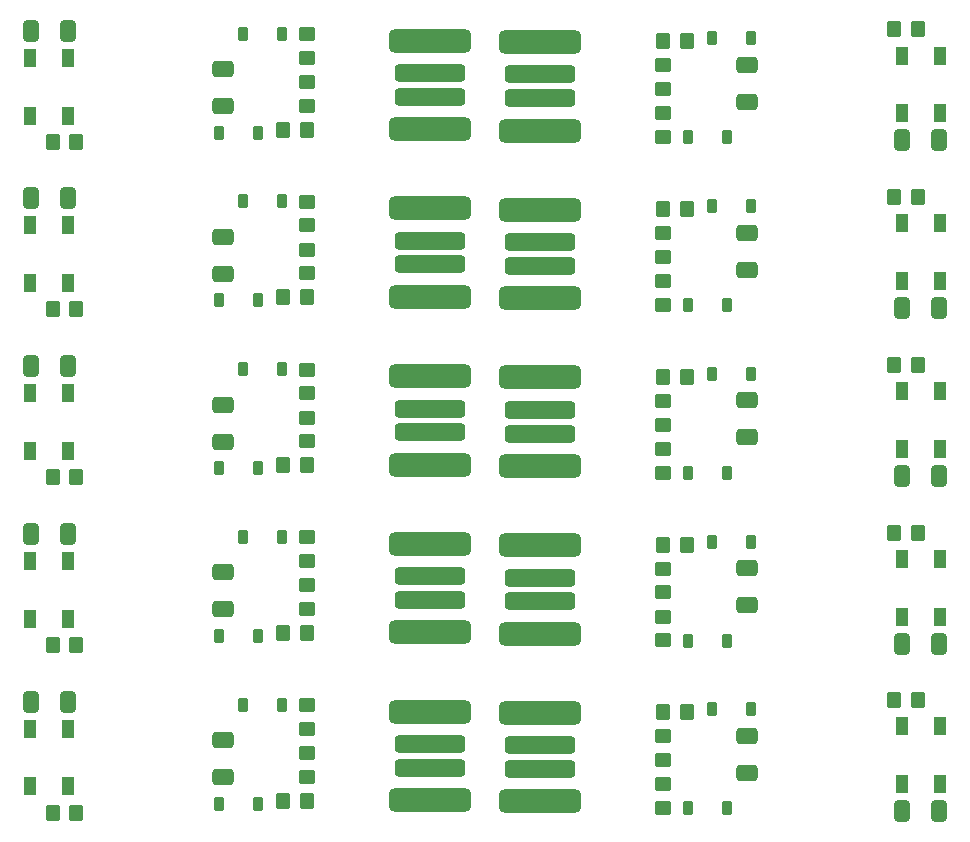
<source format=gbr>
%TF.GenerationSoftware,KiCad,Pcbnew,7.0.7*%
%TF.CreationDate,2023-09-18T18:06:58+02:00*%
%TF.ProjectId,attiny-usb_panel,61747469-6e79-42d7-9573-625f70616e65,rev?*%
%TF.SameCoordinates,Original*%
%TF.FileFunction,Paste,Top*%
%TF.FilePolarity,Positive*%
%FSLAX46Y46*%
G04 Gerber Fmt 4.6, Leading zero omitted, Abs format (unit mm)*
G04 Created by KiCad (PCBNEW 7.0.7) date 2023-09-18 18:06:58*
%MOMM*%
%LPD*%
G01*
G04 APERTURE LIST*
G04 Aperture macros list*
%AMRoundRect*
0 Rectangle with rounded corners*
0 $1 Rounding radius*
0 $2 $3 $4 $5 $6 $7 $8 $9 X,Y pos of 4 corners*
0 Add a 4 corners polygon primitive as box body*
4,1,4,$2,$3,$4,$5,$6,$7,$8,$9,$2,$3,0*
0 Add four circle primitives for the rounded corners*
1,1,$1+$1,$2,$3*
1,1,$1+$1,$4,$5*
1,1,$1+$1,$6,$7*
1,1,$1+$1,$8,$9*
0 Add four rect primitives between the rounded corners*
20,1,$1+$1,$2,$3,$4,$5,0*
20,1,$1+$1,$4,$5,$6,$7,0*
20,1,$1+$1,$6,$7,$8,$9,0*
20,1,$1+$1,$8,$9,$2,$3,0*%
G04 Aperture macros list end*
%ADD10RoundRect,0.500000X3.000000X0.500000X-3.000000X0.500000X-3.000000X-0.500000X3.000000X-0.500000X0*%
%ADD11RoundRect,0.375000X2.625000X0.375000X-2.625000X0.375000X-2.625000X-0.375000X2.625000X-0.375000X0*%
%ADD12RoundRect,0.225000X0.225000X0.375000X-0.225000X0.375000X-0.225000X-0.375000X0.225000X-0.375000X0*%
%ADD13RoundRect,0.250000X0.450000X-0.350000X0.450000X0.350000X-0.450000X0.350000X-0.450000X-0.350000X0*%
%ADD14RoundRect,0.250000X0.350000X0.450000X-0.350000X0.450000X-0.350000X-0.450000X0.350000X-0.450000X0*%
%ADD15RoundRect,0.250000X-0.350000X-0.450000X0.350000X-0.450000X0.350000X0.450000X-0.350000X0.450000X0*%
%ADD16RoundRect,0.250000X-0.450000X0.350000X-0.450000X-0.350000X0.450000X-0.350000X0.450000X0.350000X0*%
%ADD17R,1.000000X1.500000*%
%ADD18RoundRect,0.250000X0.412500X0.650000X-0.412500X0.650000X-0.412500X-0.650000X0.412500X-0.650000X0*%
%ADD19RoundRect,0.225000X-0.225000X-0.375000X0.225000X-0.375000X0.225000X0.375000X-0.225000X0.375000X0*%
%ADD20RoundRect,0.500000X-3.000000X-0.500000X3.000000X-0.500000X3.000000X0.500000X-3.000000X0.500000X0*%
%ADD21RoundRect,0.375000X-2.625000X-0.375000X2.625000X-0.375000X2.625000X0.375000X-2.625000X0.375000X0*%
%ADD22RoundRect,0.250000X-0.412500X-0.650000X0.412500X-0.650000X0.412500X0.650000X-0.412500X0.650000X0*%
%ADD23RoundRect,0.250000X0.650000X-0.412500X0.650000X0.412500X-0.650000X0.412500X-0.650000X-0.412500X0*%
%ADD24RoundRect,0.250000X-0.650000X0.412500X-0.650000X-0.412500X0.650000X-0.412500X0.650000X0.412500X0*%
G04 APERTURE END LIST*
D10*
%TO.C,U2*%
X94324000Y-52994000D03*
D11*
X94324000Y-50244000D03*
X94324000Y-48244000D03*
D10*
X94324000Y-45494000D03*
%TD*%
D12*
%TO.C,D2*%
X81794000Y-44910000D03*
X78494000Y-44910000D03*
%TD*%
D13*
%TO.C,R1*%
X83954000Y-46942000D03*
X83954000Y-44942000D03*
%TD*%
D14*
%TO.C,R4*%
X83922000Y-53038000D03*
X81922000Y-53038000D03*
%TD*%
D15*
%TO.C,R3*%
X62380000Y-54054000D03*
X64380000Y-54054000D03*
%TD*%
D16*
%TO.C,R2*%
X83954000Y-49006000D03*
X83954000Y-51006000D03*
%TD*%
D12*
%TO.C,D1*%
X79762000Y-53292000D03*
X76462000Y-53292000D03*
%TD*%
D17*
%TO.C,D3*%
X60510000Y-51842000D03*
X63710000Y-51842000D03*
X63710000Y-46942000D03*
X60510000Y-46942000D03*
%TD*%
D18*
%TO.C,C1*%
X63672500Y-44656000D03*
X60547500Y-44656000D03*
%TD*%
D19*
%TO.C,D2*%
X116206000Y-53690000D03*
X119506000Y-53690000D03*
%TD*%
D15*
%TO.C,R4*%
X114078000Y-45562000D03*
X116078000Y-45562000D03*
%TD*%
D20*
%TO.C,U2*%
X103676000Y-45606000D03*
D21*
X103676000Y-48356000D03*
X103676000Y-50356000D03*
D20*
X103676000Y-53106000D03*
%TD*%
D16*
%TO.C,R1*%
X114046000Y-51658000D03*
X114046000Y-53658000D03*
%TD*%
D22*
%TO.C,C1*%
X134327500Y-53944000D03*
X137452500Y-53944000D03*
%TD*%
D17*
%TO.C,D3*%
X137490000Y-46758000D03*
X134290000Y-46758000D03*
X134290000Y-51658000D03*
X137490000Y-51658000D03*
%TD*%
D14*
%TO.C,R3*%
X135620000Y-44546000D03*
X133620000Y-44546000D03*
%TD*%
D23*
%TO.C,C2*%
X121158000Y-50680500D03*
X121158000Y-47555500D03*
%TD*%
D13*
%TO.C,R2*%
X114046000Y-49594000D03*
X114046000Y-47594000D03*
%TD*%
D24*
%TO.C,C2*%
X76842000Y-47919500D03*
X76842000Y-51044500D03*
%TD*%
D19*
%TO.C,D1*%
X118238000Y-45308000D03*
X121538000Y-45308000D03*
%TD*%
D10*
%TO.C,U2*%
X94324000Y-67194000D03*
D11*
X94324000Y-64444000D03*
X94324000Y-62444000D03*
D10*
X94324000Y-59694000D03*
%TD*%
D12*
%TO.C,D2*%
X81794000Y-59110000D03*
X78494000Y-59110000D03*
%TD*%
D13*
%TO.C,R1*%
X83954000Y-61142000D03*
X83954000Y-59142000D03*
%TD*%
D14*
%TO.C,R4*%
X83922000Y-67238000D03*
X81922000Y-67238000D03*
%TD*%
D15*
%TO.C,R3*%
X62380000Y-68254000D03*
X64380000Y-68254000D03*
%TD*%
D16*
%TO.C,R2*%
X83954000Y-63206000D03*
X83954000Y-65206000D03*
%TD*%
D12*
%TO.C,D1*%
X79762000Y-67492000D03*
X76462000Y-67492000D03*
%TD*%
D17*
%TO.C,D3*%
X60510000Y-66042000D03*
X63710000Y-66042000D03*
X63710000Y-61142000D03*
X60510000Y-61142000D03*
%TD*%
D18*
%TO.C,C1*%
X63672500Y-58856000D03*
X60547500Y-58856000D03*
%TD*%
D19*
%TO.C,D2*%
X116206000Y-67890000D03*
X119506000Y-67890000D03*
%TD*%
D15*
%TO.C,R4*%
X114078000Y-59762000D03*
X116078000Y-59762000D03*
%TD*%
D20*
%TO.C,U2*%
X103676000Y-59806000D03*
D21*
X103676000Y-62556000D03*
X103676000Y-64556000D03*
D20*
X103676000Y-67306000D03*
%TD*%
D16*
%TO.C,R1*%
X114046000Y-65858000D03*
X114046000Y-67858000D03*
%TD*%
D22*
%TO.C,C1*%
X134327500Y-68144000D03*
X137452500Y-68144000D03*
%TD*%
D17*
%TO.C,D3*%
X137490000Y-60958000D03*
X134290000Y-60958000D03*
X134290000Y-65858000D03*
X137490000Y-65858000D03*
%TD*%
D14*
%TO.C,R3*%
X135620000Y-58746000D03*
X133620000Y-58746000D03*
%TD*%
D23*
%TO.C,C2*%
X121158000Y-64880500D03*
X121158000Y-61755500D03*
%TD*%
D13*
%TO.C,R2*%
X114046000Y-63794000D03*
X114046000Y-61794000D03*
%TD*%
D24*
%TO.C,C2*%
X76842000Y-62119500D03*
X76842000Y-65244500D03*
%TD*%
D19*
%TO.C,D1*%
X118238000Y-59508000D03*
X121538000Y-59508000D03*
%TD*%
D10*
%TO.C,U2*%
X94324000Y-81394000D03*
D11*
X94324000Y-78644000D03*
X94324000Y-76644000D03*
D10*
X94324000Y-73894000D03*
%TD*%
D12*
%TO.C,D2*%
X81794000Y-73310000D03*
X78494000Y-73310000D03*
%TD*%
D13*
%TO.C,R1*%
X83954000Y-75342000D03*
X83954000Y-73342000D03*
%TD*%
D14*
%TO.C,R4*%
X83922000Y-81438000D03*
X81922000Y-81438000D03*
%TD*%
D15*
%TO.C,R3*%
X62380000Y-82454000D03*
X64380000Y-82454000D03*
%TD*%
D16*
%TO.C,R2*%
X83954000Y-77406000D03*
X83954000Y-79406000D03*
%TD*%
D12*
%TO.C,D1*%
X79762000Y-81692000D03*
X76462000Y-81692000D03*
%TD*%
D17*
%TO.C,D3*%
X60510000Y-80242000D03*
X63710000Y-80242000D03*
X63710000Y-75342000D03*
X60510000Y-75342000D03*
%TD*%
D18*
%TO.C,C1*%
X63672500Y-73056000D03*
X60547500Y-73056000D03*
%TD*%
D19*
%TO.C,D2*%
X116206000Y-82090000D03*
X119506000Y-82090000D03*
%TD*%
D15*
%TO.C,R4*%
X114078000Y-73962000D03*
X116078000Y-73962000D03*
%TD*%
D20*
%TO.C,U2*%
X103676000Y-74006000D03*
D21*
X103676000Y-76756000D03*
X103676000Y-78756000D03*
D20*
X103676000Y-81506000D03*
%TD*%
D16*
%TO.C,R1*%
X114046000Y-80058000D03*
X114046000Y-82058000D03*
%TD*%
D22*
%TO.C,C1*%
X134327500Y-82344000D03*
X137452500Y-82344000D03*
%TD*%
D17*
%TO.C,D3*%
X137490000Y-75158000D03*
X134290000Y-75158000D03*
X134290000Y-80058000D03*
X137490000Y-80058000D03*
%TD*%
D14*
%TO.C,R3*%
X135620000Y-72946000D03*
X133620000Y-72946000D03*
%TD*%
D23*
%TO.C,C2*%
X121158000Y-79080500D03*
X121158000Y-75955500D03*
%TD*%
D13*
%TO.C,R2*%
X114046000Y-77994000D03*
X114046000Y-75994000D03*
%TD*%
D24*
%TO.C,C2*%
X76842000Y-76319500D03*
X76842000Y-79444500D03*
%TD*%
D19*
%TO.C,D1*%
X118238000Y-73708000D03*
X121538000Y-73708000D03*
%TD*%
D10*
%TO.C,U2*%
X94324000Y-95594000D03*
D11*
X94324000Y-92844000D03*
X94324000Y-90844000D03*
D10*
X94324000Y-88094000D03*
%TD*%
D12*
%TO.C,D2*%
X81794000Y-87510000D03*
X78494000Y-87510000D03*
%TD*%
D13*
%TO.C,R1*%
X83954000Y-89542000D03*
X83954000Y-87542000D03*
%TD*%
D14*
%TO.C,R4*%
X83922000Y-95638000D03*
X81922000Y-95638000D03*
%TD*%
D15*
%TO.C,R3*%
X62380000Y-96654000D03*
X64380000Y-96654000D03*
%TD*%
D16*
%TO.C,R2*%
X83954000Y-91606000D03*
X83954000Y-93606000D03*
%TD*%
D12*
%TO.C,D1*%
X79762000Y-95892000D03*
X76462000Y-95892000D03*
%TD*%
D17*
%TO.C,D3*%
X60510000Y-94442000D03*
X63710000Y-94442000D03*
X63710000Y-89542000D03*
X60510000Y-89542000D03*
%TD*%
D18*
%TO.C,C1*%
X63672500Y-87256000D03*
X60547500Y-87256000D03*
%TD*%
D19*
%TO.C,D2*%
X116206000Y-96290000D03*
X119506000Y-96290000D03*
%TD*%
D15*
%TO.C,R4*%
X114078000Y-88162000D03*
X116078000Y-88162000D03*
%TD*%
D20*
%TO.C,U2*%
X103676000Y-88206000D03*
D21*
X103676000Y-90956000D03*
X103676000Y-92956000D03*
D20*
X103676000Y-95706000D03*
%TD*%
D16*
%TO.C,R1*%
X114046000Y-94258000D03*
X114046000Y-96258000D03*
%TD*%
D22*
%TO.C,C1*%
X134327500Y-96544000D03*
X137452500Y-96544000D03*
%TD*%
D17*
%TO.C,D3*%
X137490000Y-89358000D03*
X134290000Y-89358000D03*
X134290000Y-94258000D03*
X137490000Y-94258000D03*
%TD*%
D14*
%TO.C,R3*%
X135620000Y-87146000D03*
X133620000Y-87146000D03*
%TD*%
D23*
%TO.C,C2*%
X121158000Y-93280500D03*
X121158000Y-90155500D03*
%TD*%
D13*
%TO.C,R2*%
X114046000Y-92194000D03*
X114046000Y-90194000D03*
%TD*%
D24*
%TO.C,C2*%
X76842000Y-90519500D03*
X76842000Y-93644500D03*
%TD*%
D19*
%TO.C,D1*%
X118238000Y-87908000D03*
X121538000Y-87908000D03*
%TD*%
D12*
%TO.C,D2*%
X81794000Y-101710000D03*
X78494000Y-101710000D03*
%TD*%
D14*
%TO.C,R4*%
X83922000Y-109838000D03*
X81922000Y-109838000D03*
%TD*%
D10*
%TO.C,U2*%
X94324000Y-109794000D03*
D11*
X94324000Y-107044000D03*
X94324000Y-105044000D03*
D10*
X94324000Y-102294000D03*
%TD*%
D13*
%TO.C,R1*%
X83954000Y-103742000D03*
X83954000Y-101742000D03*
%TD*%
D18*
%TO.C,C1*%
X63672500Y-101456000D03*
X60547500Y-101456000D03*
%TD*%
D17*
%TO.C,D3*%
X60510000Y-108642000D03*
X63710000Y-108642000D03*
X63710000Y-103742000D03*
X60510000Y-103742000D03*
%TD*%
D15*
%TO.C,R3*%
X62380000Y-110854000D03*
X64380000Y-110854000D03*
%TD*%
D24*
%TO.C,C2*%
X76842000Y-104719500D03*
X76842000Y-107844500D03*
%TD*%
D16*
%TO.C,R2*%
X83954000Y-105806000D03*
X83954000Y-107806000D03*
%TD*%
D12*
%TO.C,D1*%
X79762000Y-110092000D03*
X76462000Y-110092000D03*
%TD*%
D23*
%TO.C,C2*%
X121158000Y-107480500D03*
X121158000Y-104355500D03*
%TD*%
D19*
%TO.C,D1*%
X118238000Y-102108000D03*
X121538000Y-102108000D03*
%TD*%
D14*
%TO.C,R3*%
X135620000Y-101346000D03*
X133620000Y-101346000D03*
%TD*%
D22*
%TO.C,C1*%
X134327500Y-110744000D03*
X137452500Y-110744000D03*
%TD*%
D17*
%TO.C,D3*%
X137490000Y-103558000D03*
X134290000Y-103558000D03*
X134290000Y-108458000D03*
X137490000Y-108458000D03*
%TD*%
D13*
%TO.C,R2*%
X114046000Y-106394000D03*
X114046000Y-104394000D03*
%TD*%
D19*
%TO.C,D2*%
X116206000Y-110490000D03*
X119506000Y-110490000D03*
%TD*%
D16*
%TO.C,R1*%
X114046000Y-108458000D03*
X114046000Y-110458000D03*
%TD*%
D15*
%TO.C,R4*%
X114078000Y-102362000D03*
X116078000Y-102362000D03*
%TD*%
D20*
%TO.C,U2*%
X103676000Y-102406000D03*
D21*
X103676000Y-105156000D03*
X103676000Y-107156000D03*
D20*
X103676000Y-109906000D03*
%TD*%
M02*

</source>
